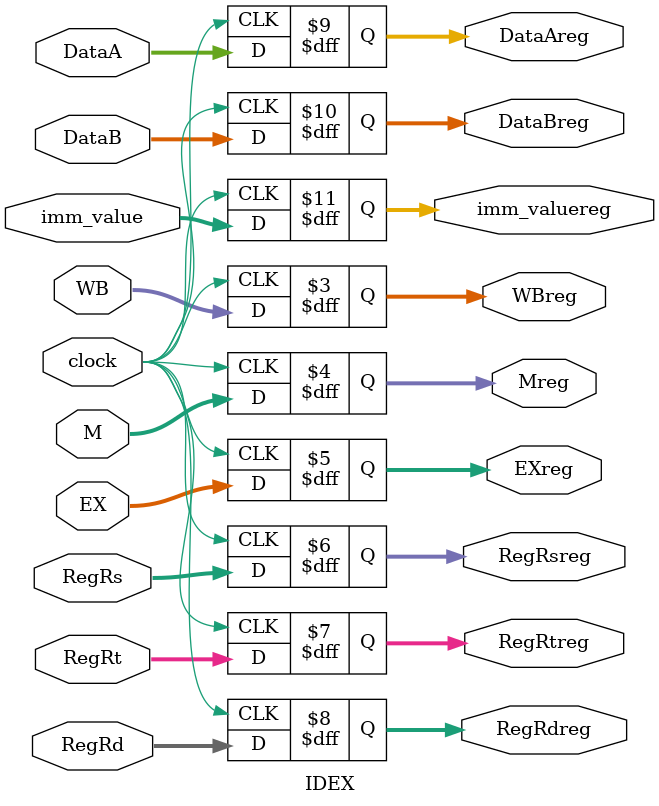
<source format=v>
module IDEX(clock,WB,M,EX,DataA,DataB,imm_value,RegRs,RegRt,RegRd,WBreg,Mreg,EXreg,DataAreg,
DataBreg,imm_valuereg,RegRsreg,RegRtreg,RegRdreg);
   input clock;
input [1:0] WB;
input [2:0] M;
input [3:0] EX;
input [4:0] RegRs,RegRt,RegRd;
input [31:0] DataA,DataB,imm_value;
output [1:0] WBreg;
output [2:0] Mreg;
output [3:0] EXreg;
output [4:0] RegRsreg,RegRtreg,RegRdreg;
output [31:0] DataAreg,DataBreg,imm_valuereg;
reg [1:0] WBreg;
reg [2:0] Mreg;
reg [3:0] EXreg;
reg [31:0] DataAreg,DataBreg,imm_valuereg;
reg [4:0] RegRsreg,RegRtreg,RegRdreg;
initial begin
    WBreg = 0;

    Mreg = 0;
        EXreg = 0;
        DataAreg = 0;
        DataBreg = 0;
        imm_valuereg = 0;
        RegRsreg = 0;
        RegRtreg = 0;
        RegRdreg = 0;
end
    always@(posedge clock)
    begin
        WBreg <= WB;
        Mreg <= M;
        EXreg <= EX;
        DataAreg <= DataA;
        DataBreg <= DataB;
        imm_valuereg <= imm_value;
        RegRsreg <= RegRs;
        RegRtreg <= RegRt;
        RegRdreg <= RegRd;
end
endmodule

</source>
